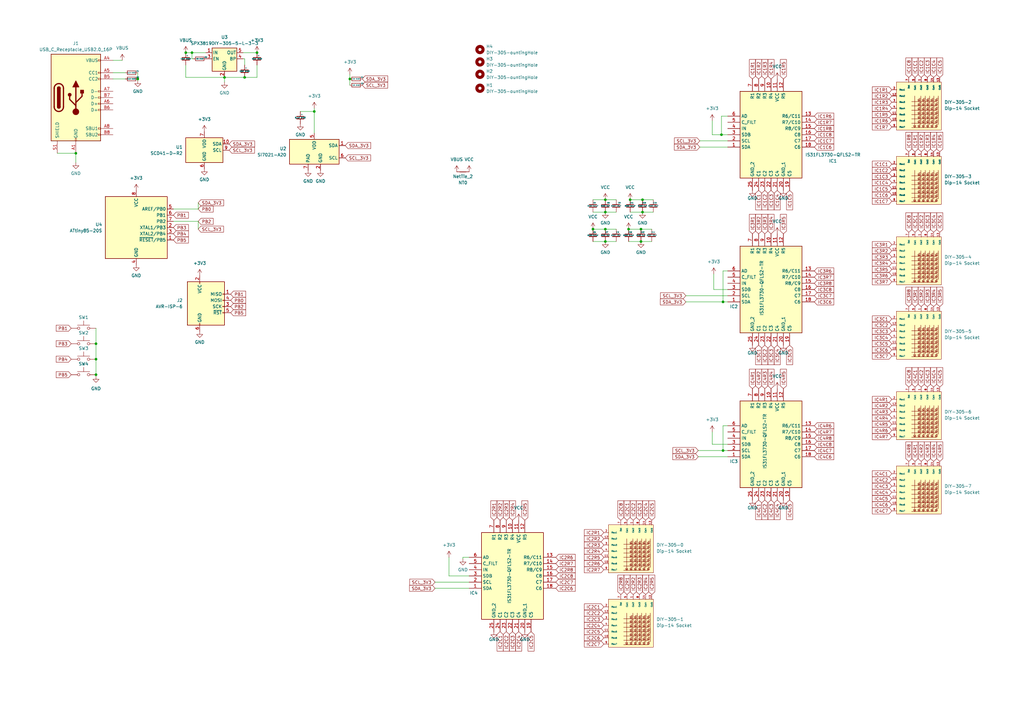
<source format=kicad_sch>
(kicad_sch (version 20230121) (generator eeschema)
  (paper "A3")
  (junction (at 39.37 153.67))
  (junction (at 78.74 21.59))
  (junction (at 56.515 32.385))
  (junction (at 248.285 99.06))
  (junction (at 296.545 184.785))
  (junction (at 31.115 62.865))
  (junction (at 263.525 86.995))
  (junction (at 262.89 99.06))
  (junction (at 39.37 147.32))
  (junction (at 39.37 140.97))
  (junction (at 262.89 93.98))
  (junction (at 143.51 32.385))
  (junction (at 263.525 81.915))
  (junction (at 258.445 81.915))
  (junction (at 128.905 45.72))
  (junction (at 92.075 31.75))
  (junction (at 76.2 21.59))
  (junction (at 257.81 93.98))
  (junction (at 248.285 93.98))
  (junction (at 100.33 31.75))
  (junction (at 295.91 55.245))
  (junction (at 296.545 123.825))
  (junction (at 243.205 93.98))
  (junction (at 248.285 86.995))
  (junction (at 105.41 21.59))
  (junction (at 248.285 81.915))
  (wire (pts (xy 267.97 81.915) (xy 263.525 81.915)))
  (wire (pts (xy 78.74 21.59) (xy 84.455 21.59)))
  (wire (pts (xy 296.545 123.825) (xy 298.45 123.825)))
  (wire (pts (xy 295.91 55.245) (xy 298.45 55.245)))
  (wire (pts (xy 46.355 29.845) (xy 51.435 29.845)))
  (wire (pts (xy 292.1 177.165) (xy 292.1 182.245)))
  (wire (pts (xy 81.28 83.185) (xy 81.28 85.725)))
  (wire (pts (xy 292.1 182.245) (xy 298.45 182.245)))
  (wire (pts (xy 39.37 153.67) (xy 39.37 147.32)))
  (wire (pts (xy 128.905 45.72) (xy 128.905 54.61)))
  (wire (pts (xy 76.2 26.67) (xy 76.2 31.75)))
  (wire (pts (xy 50.165 24.765) (xy 46.355 24.765)))
  (wire (pts (xy 123.19 45.72) (xy 128.905 45.72)))
  (wire (pts (xy 292.735 112.395) (xy 292.735 118.745)))
  (wire (pts (xy 184.15 228.6) (xy 184.15 236.22)))
  (wire (pts (xy 143.51 34.925) (xy 143.51 32.385)))
  (wire (pts (xy 178.435 238.76) (xy 192.405 238.76)))
  (wire (pts (xy 262.89 99.06) (xy 267.335 99.06)))
  (wire (pts (xy 281.305 121.285) (xy 298.45 121.285)))
  (wire (pts (xy 287.02 57.785) (xy 298.45 57.785)))
  (wire (pts (xy 100.33 24.13) (xy 99.695 24.13)))
  (wire (pts (xy 287.02 60.325) (xy 298.45 60.325)))
  (wire (pts (xy 292.1 55.245) (xy 295.91 55.245)))
  (wire (pts (xy 258.445 81.915) (xy 263.525 81.915)))
  (wire (pts (xy 78.74 24.13) (xy 78.74 21.59)))
  (wire (pts (xy 252.73 86.995) (xy 248.285 86.995)))
  (wire (pts (xy 298.45 47.625) (xy 295.91 47.625)))
  (wire (pts (xy 39.37 140.97) (xy 39.37 134.62)))
  (wire (pts (xy 248.285 99.06) (xy 243.205 99.06)))
  (wire (pts (xy 252.73 99.06) (xy 248.285 99.06)))
  (wire (pts (xy 184.15 236.22) (xy 192.405 236.22)))
  (wire (pts (xy 286.385 187.325) (xy 298.45 187.325)))
  (wire (pts (xy 143.51 30.48) (xy 143.51 32.385)))
  (wire (pts (xy 295.91 47.625) (xy 295.91 55.245)))
  (wire (pts (xy 296.545 174.625) (xy 298.45 174.625)))
  (wire (pts (xy 257.81 93.98) (xy 262.89 93.98)))
  (wire (pts (xy 267.97 86.995) (xy 263.525 86.995)))
  (wire (pts (xy 31.115 66.675) (xy 31.115 62.865)))
  (wire (pts (xy 252.73 81.915) (xy 248.285 81.915)))
  (wire (pts (xy 243.205 93.98) (xy 248.285 93.98)))
  (wire (pts (xy 71.12 85.725) (xy 81.28 85.725)))
  (wire (pts (xy 292.1 49.53) (xy 292.1 55.245)))
  (wire (pts (xy 252.73 93.98) (xy 248.285 93.98)))
  (wire (pts (xy 46.355 32.385) (xy 51.435 32.385)))
  (wire (pts (xy 81.28 90.805) (xy 81.28 93.98)))
  (wire (pts (xy 189.865 228.6) (xy 192.405 228.6)))
  (wire (pts (xy 128.905 44.45) (xy 128.905 45.72)))
  (wire (pts (xy 105.41 21.59) (xy 99.695 21.59)))
  (wire (pts (xy 286.385 184.785) (xy 296.545 184.785)))
  (wire (pts (xy 76.2 31.75) (xy 92.075 31.75)))
  (wire (pts (xy 296.545 184.785) (xy 298.45 184.785)))
  (wire (pts (xy 296.545 111.125) (xy 298.45 111.125)))
  (wire (pts (xy 56.515 32.385) (xy 56.515 29.845)))
  (wire (pts (xy 296.545 184.785) (xy 296.545 174.625)))
  (wire (pts (xy 296.545 123.825) (xy 296.545 111.125)))
  (wire (pts (xy 92.075 31.75) (xy 100.33 31.75)))
  (wire (pts (xy 243.205 81.915) (xy 248.285 81.915)))
  (wire (pts (xy 189.865 228.6) (xy 189.865 229.235)))
  (wire (pts (xy 263.525 86.995) (xy 258.445 86.995)))
  (wire (pts (xy 105.41 31.75) (xy 100.33 31.75)))
  (wire (pts (xy 105.41 26.67) (xy 105.41 31.75)))
  (wire (pts (xy 81.28 90.805) (xy 71.12 90.805)))
  (wire (pts (xy 292.735 118.745) (xy 298.45 118.745)))
  (wire (pts (xy 31.115 62.865) (xy 23.495 62.865)))
  (wire (pts (xy 76.2 21.59) (xy 78.74 21.59)))
  (wire (pts (xy 56.515 33.02) (xy 56.515 32.385)))
  (wire (pts (xy 39.37 147.32) (xy 39.37 140.97)))
  (wire (pts (xy 262.89 93.98) (xy 267.335 93.98)))
  (wire (pts (xy 178.435 241.3) (xy 192.405 241.3)))
  (wire (pts (xy 79.375 24.13) (xy 78.74 24.13)))
  (wire (pts (xy 281.305 123.825) (xy 296.545 123.825)))
  (wire (pts (xy 248.285 86.995) (xy 243.205 86.995)))
  (wire (pts (xy 262.89 99.06) (xy 257.81 99.06)))
  (wire (pts (xy 39.37 154.305) (xy 39.37 153.67)))
  (wire (pts (xy 100.33 26.67) (xy 100.33 24.13)))
  (wire (pts (xy 92.075 33.655) (xy 92.075 31.75)))
  (global_label "IC1R5" (shape input) (at 365.76 46.99 180) (property "Intersheetrefs" "${INTERSHEET_REFS}" (effects hide)))
  (global_label "IC4R8" (shape input) (at 372.745 189.23 90) (property "Intersheetrefs" "${INTERSHEET_REFS}" (effects hide)))
  (global_label "PB4" (shape input) (at 71.12 95.885 0) (property "Intersheetrefs" "${INTERSHEET_REFS}" (effects hide)))
  (global_label "IC2C2" (shape input) (at 247.65 251.46 180) (property "Intersheetrefs" "${INTERSHEET_REFS}" (effects hide)))
  (global_label "SCL_3V3" (shape input) (at 286.385 184.785 180) (property "Intersheetrefs" "${INTERSHEET_REFS}" (effects hide)))
  (global_label "IC4R3" (shape input) (at 365.76 168.91 180) (property "Intersheetrefs" "${INTERSHEET_REFS}" (effects hide)))
  (global_label "IC2C8" (shape input) (at 254.635 213.36 90) (property "Intersheetrefs" "${INTERSHEET_REFS}" (effects hide)))
  (global_label "IC2C3" (shape input) (at 262.255 213.36 90) (property "Intersheetrefs" "${INTERSHEET_REFS}" (effects hide)))
  (global_label "IC1C3" (shape input) (at 365.76 72.39 180) (property "Intersheetrefs" "${INTERSHEET_REFS}" (effects hide)))
  (global_label "IC4R4" (shape input) (at 316.23 159.385 90) (property "Intersheetrefs" "${INTERSHEET_REFS}" (effects hide)))
  (global_label "IC3R2" (shape input) (at 365.76 102.87 180) (property "Intersheetrefs" "${INTERSHEET_REFS}" (effects hide)))
  (global_label "IC3C5" (shape input) (at 385.445 95.25 90) (property "Intersheetrefs" "${INTERSHEET_REFS}" (effects hide)))
  (global_label "PB0" (shape input) (at 81.28 85.725 0) (property "Intersheetrefs" "${INTERSHEET_REFS}" (effects hide)))
  (global_label "IC3R8" (shape input) (at 334.01 116.205 0) (property "Intersheetrefs" "${INTERSHEET_REFS}" (effects hide)))
  (global_label "IC4C5" (shape input) (at 365.76 204.47 180) (property "Intersheetrefs" "${INTERSHEET_REFS}" (effects hide)))
  (global_label "IC2C5" (shape input) (at 267.335 213.36 90) (property "Intersheetrefs" "${INTERSHEET_REFS}" (effects hide)))
  (global_label "PB2" (shape input) (at 94.615 125.73 0) (property "Intersheetrefs" "${INTERSHEET_REFS}" (effects hide)))
  (global_label "SDA_3V3" (shape input) (at 281.305 123.825 180) (property "Intersheetrefs" "${INTERSHEET_REFS}" (effects hide)))
  (global_label "IC3R3" (shape input) (at 313.69 95.885 90) (property "Intersheetrefs" "${INTERSHEET_REFS}" (effects hide)))
  (global_label "PB3" (shape input) (at 71.12 93.345 0) (property "Intersheetrefs" "${INTERSHEET_REFS}" (effects hide)))
  (global_label "SCL_3V3" (shape input) (at 141.605 64.77 0) (property "Intersheetrefs" "${INTERSHEET_REFS}" (effects hide)))
  (global_label "IC3C8" (shape input) (at 334.01 118.745 0) (property "Intersheetrefs" "${INTERSHEET_REFS}" (effects hide)))
  (global_label "IC1C1" (shape input) (at 365.76 67.31 180) (property "Intersheetrefs" "${INTERSHEET_REFS}" (effects hide)))
  (global_label "IC4R5" (shape input) (at 385.445 189.23 90) (property "Intersheetrefs" "${INTERSHEET_REFS}" (effects hide)))
  (global_label "SDA_3V3" (shape input) (at 287.02 60.325 180) (property "Intersheetrefs" "${INTERSHEET_REFS}" (effects hide)))
  (global_label "IC2C7" (shape input) (at 247.65 264.16 180) (property "Intersheetrefs" "${INTERSHEET_REFS}" (effects hide)))
  (global_label "IC2C5" (shape input) (at 217.805 259.08 270) (property "Intersheetrefs" "${INTERSHEET_REFS}" (effects hide)))
  (global_label "PB4" (shape input) (at 29.21 147.32 180) (property "Intersheetrefs" "${INTERSHEET_REFS}" (effects hide)))
  (global_label "IC2R5" (shape input) (at 267.335 243.84 90) (property "Intersheetrefs" "${INTERSHEET_REFS}" (effects hide)))
  (global_label "IC4C1" (shape input) (at 375.285 158.75 90) (property "Intersheetrefs" "${INTERSHEET_REFS}" (effects hide)))
  (global_label "IC1R8" (shape input) (at 334.01 52.705 0) (property "Intersheetrefs" "${INTERSHEET_REFS}" (effects hide)))
  (global_label "IC2R1" (shape input) (at 247.65 218.44 180) (property "Intersheetrefs" "${INTERSHEET_REFS}" (effects hide)))
  (global_label "SDA_3V3" (shape input) (at 141.605 59.69 0) (property "Intersheetrefs" "${INTERSHEET_REFS}" (effects hide)))
  (global_label "IC4C8" (shape input) (at 372.745 158.75 90) (property "Intersheetrefs" "${INTERSHEET_REFS}" (effects hide)))
  (global_label "IC3C3" (shape input) (at 380.365 95.25 90) (property "Intersheetrefs" "${INTERSHEET_REFS}" (effects hide)))
  (global_label "IC4C3" (shape input) (at 316.23 205.105 270) (property "Intersheetrefs" "${INTERSHEET_REFS}" (effects hide)))
  (global_label "IC1C2" (shape input) (at 377.825 31.75 90) (property "Intersheetrefs" "${INTERSHEET_REFS}" (effects hide)))
  (global_label "IC4C1" (shape input) (at 365.76 194.31 180) (property "Intersheetrefs" "${INTERSHEET_REFS}" (effects hide)))
  (global_label "PB0" (shape input) (at 94.615 123.19 0) (property "Intersheetrefs" "${INTERSHEET_REFS}" (effects hide)))
  (global_label "IC4C5" (shape input) (at 323.85 205.105 270) (property "Intersheetrefs" "${INTERSHEET_REFS}" (effects hide)))
  (global_label "IC3C1" (shape input) (at 375.285 95.25 90) (property "Intersheetrefs" "${INTERSHEET_REFS}" (effects hide)))
  (global_label "IC4C4" (shape input) (at 318.77 205.105 270) (property "Intersheetrefs" "${INTERSHEET_REFS}" (effects hide)))
  (global_label "SDA_3V3" (shape input) (at 81.28 83.185 0) (property "Intersheetrefs" "${INTERSHEET_REFS}" (effects hide)))
  (global_label "IC4C2" (shape input) (at 313.69 205.105 270) (property "Intersheetrefs" "${INTERSHEET_REFS}" (effects hide)))
  (global_label "IC4R1" (shape input) (at 375.285 189.23 90) (property "Intersheetrefs" "${INTERSHEET_REFS}" (effects hide)))
  (global_label "IC3R5" (shape input) (at 385.445 125.73 90) (property "Intersheetrefs" "${INTERSHEET_REFS}" (effects hide)))
  (global_label "IC3C2" (shape input) (at 377.825 95.25 90) (property "Intersheetrefs" "${INTERSHEET_REFS}" (effects hide)))
  (global_label "IC1C3" (shape input) (at 380.365 31.75 90) (property "Intersheetrefs" "${INTERSHEET_REFS}" (effects hide)))
  (global_label "PB5" (shape input) (at 29.21 153.67 180) (property "Intersheetrefs" "${INTERSHEET_REFS}" (effects hide)))
  (global_label "IC1C8" (shape input) (at 372.745 31.75 90) (property "Intersheetrefs" "${INTERSHEET_REFS}" (effects hide)))
  (global_label "IC2R6" (shape input) (at 227.965 228.6 0) (property "Intersheetrefs" "${INTERSHEET_REFS}" (effects hide)))
  (global_label "IC1C4" (shape input) (at 318.77 78.105 270) (property "Intersheetrefs" "${INTERSHEET_REFS}" (effects hide)))
  (global_label "SCL_3V3" (shape input) (at 281.305 121.285 180) (property "Intersheetrefs" "${INTERSHEET_REFS}" (effects hide)))
  (global_label "IC2R7" (shape input) (at 247.65 233.68 180) (property "Intersheetrefs" "${INTERSHEET_REFS}" (effects hide)))
  (global_label "IC4R7" (shape input) (at 334.01 177.165 0) (property "Intersheetrefs" "${INTERSHEET_REFS}" (effects hide)))
  (global_label "IC4R3" (shape input) (at 313.69 159.385 90) (property "Intersheetrefs" "${INTERSHEET_REFS}" (effects hide)))
  (global_label "IC1R2" (shape input) (at 377.825 62.23 90) (property "Intersheetrefs" "${INTERSHEET_REFS}" (effects hide)))
  (global_label "IC4R5" (shape input) (at 365.76 173.99 180) (property "Intersheetrefs" "${INTERSHEET_REFS}" (effects hide)))
  (global_label "IC2R2" (shape input) (at 247.65 220.98 180) (property "Intersheetrefs" "${INTERSHEET_REFS}" (effects hide)))
  (global_label "IC3R3" (shape input) (at 365.76 105.41 180) (property "Intersheetrefs" "${INTERSHEET_REFS}" (effects hide)))
  (global_label "IC1C2" (shape input) (at 365.76 69.85 180) (property "Intersheetrefs" "${INTERSHEET_REFS}" (effects hide)))
  (global_label "IC1R5" (shape input) (at 385.445 62.23 90) (property "Intersheetrefs" "${INTERSHEET_REFS}" (effects hide)))
  (global_label "IC4C5" (shape input) (at 385.445 158.75 90) (property "Intersheetrefs" "${INTERSHEET_REFS}" (effects hide)))
  (global_label "IC2R2" (shape input) (at 205.105 213.36 90) (property "Intersheetrefs" "${INTERSHEET_REFS}" (effects hide)))
  (global_label "IC4C6" (shape input) (at 365.76 207.01 180) (property "Intersheetrefs" "${INTERSHEET_REFS}" (effects hide)))
  (global_label "IC3R1" (shape input) (at 375.285 125.73 90) (property "Intersheetrefs" "${INTERSHEET_REFS}" (effects hide)))
  (global_label "IC4C6" (shape input) (at 334.01 187.325 0) (property "Intersheetrefs" "${INTERSHEET_REFS}" (effects hide)))
  (global_label "IC4R6" (shape input) (at 365.76 176.53 180) (property "Intersheetrefs" "${INTERSHEET_REFS}" (effects hide)))
  (global_label "IC3R2" (shape input) (at 377.825 125.73 90) (property "Intersheetrefs" "${INTERSHEET_REFS}" (effects hide)))
  (global_label "IC3R4" (shape input) (at 382.905 125.73 90) (property "Intersheetrefs" "${INTERSHEET_REFS}" (effects hide)))
  (global_label "IC1R2" (shape input) (at 365.76 39.37 180) (property "Intersheetrefs" "${INTERSHEET_REFS}" (effects hide)))
  (global_label "IC1R6" (shape input) (at 334.01 47.625 0) (property "Intersheetrefs" "${INTERSHEET_REFS}" (effects hide)))
  (global_label "SCL_3V3" (shape input) (at 178.435 238.76 180) (property "Intersheetrefs" "${INTERSHEET_REFS}" (effects hide)))
  (global_label "IC2R2" (shape input) (at 259.715 243.84 90) (property "Intersheetrefs" "${INTERSHEET_REFS}" (effects hide)))
  (global_label "IC2C1" (shape input) (at 247.65 248.92 180) (property "Intersheetrefs" "${INTERSHEET_REFS}" (effects hide)))
  (global_label "IC4C3" (shape input) (at 365.76 199.39 180) (property "Intersheetrefs" "${INTERSHEET_REFS}" (effects hide)))
  (global_label "PB5" (shape input) (at 94.615 128.27 0) (property "Intersheetrefs" "${INTERSHEET_REFS}" (effects hide)))
  (global_label "IC3C5" (shape input) (at 365.76 140.97 180) (property "Intersheetrefs" "${INTERSHEET_REFS}" (effects hide)))
  (global_label "IC4R8" (shape input) (at 334.01 179.705 0) (property "Intersheetrefs" "${INTERSHEET_REFS}" (effects hide)))
  (global_label "SDA_3V3" (shape input) (at 148.59 32.385 0) (property "Intersheetrefs" "${INTERSHEET_REFS}" (effects hide)))
  (global_label "IC2R8" (shape input) (at 227.965 233.68 0) (property "Intersheetrefs" "${INTERSHEET_REFS}" (effects hide)))
  (global_label "IC3R2" (shape input) (at 311.15 95.885 90) (property "Intersheetrefs" "${INTERSHEET_REFS}" (effects hide)))
  (global_label "IC3R4" (shape input) (at 365.76 107.95 180) (property "Intersheetrefs" "${INTERSHEET_REFS}" (effects hide)))
  (global_label "IC1R6" (shape input) (at 365.76 49.53 180) (property "Intersheetrefs" "${INTERSHEET_REFS}" (effects hide)))
  (global_label "IC3R7" (shape input) (at 365.76 115.57 180) (property "Intersheetrefs" "${INTERSHEET_REFS}" (effects hide)))
  (global_label "IC2R3" (shape input) (at 247.65 223.52 180) (property "Intersheetrefs" "${INTERSHEET_REFS}" (effects hide)))
  (global_label "IC2C3" (shape input) (at 210.185 259.08 270) (property "Intersheetrefs" "${INTERSHEET_REFS}" (effects hide)))
  (global_label "IC2R8" (shape input) (at 254.635 243.84 90) (property "Intersheetrefs" "${INTERSHEET_REFS}" (effects hide)))
  (global_label "IC3C7" (shape input) (at 365.76 146.05 180) (property "Intersheetrefs" "${INTERSHEET_REFS}" (effects hide)))
  (global_label "IC1R2" (shape input) (at 311.15 32.385 90) (property "Intersheetrefs" "${INTERSHEET_REFS}" (effects hide)))
  (global_label "IC3R3" (shape input) (at 380.365 125.73 90) (property "Intersheetrefs" "${INTERSHEET_REFS}" (effects hide)))
  (global_label "IC3C4" (shape input) (at 382.905 95.25 90) (property "Intersheetrefs" "${INTERSHEET_REFS}" (effects hide)))
  (global_label "IC1R8" (shape input) (at 372.745 62.23 90) (property "Intersheetrefs" "${INTERSHEET_REFS}" (effects hide)))
  (global_label "IC2C1" (shape input) (at 257.175 213.36 90) (property "Intersheetrefs" "${INTERSHEET_REFS}" (effects hide)))
  (global_label "IC1C6" (shape input) (at 334.01 60.325 0) (property "Intersheetrefs" "${INTERSHEET_REFS}" (effects hide)))
  (global_label "IC2C1" (shape input) (at 205.105 259.08 270) (property "Intersheetrefs" "${INTERSHEET_REFS}" (effects hide)))
  (global_label "SCL_3V3" (shape input) (at 81.28 93.98 0) (property "Intersheetrefs" "${INTERSHEET_REFS}" (effects hide)))
  (global_label "IC4R2" (shape input) (at 311.15 159.385 90) (property "Intersheetrefs" "${INTERSHEET_REFS}" (effects hide)))
  (global_label "IC3R6" (shape input) (at 365.76 113.03 180) (property "Intersheetrefs" "${INTERSHEET_REFS}" (effects hide)))
  (global_label "IC3R1" (shape input) (at 365.76 100.33 180) (property "Intersheetrefs" "${INTERSHEET_REFS}" (effects hide)))
  (global_label "IC2R4" (shape input) (at 210.185 213.36 90) (property "Intersheetrefs" "${INTERSHEET_REFS}" (effects hide)))
  (global_label "IC1C4" (shape input) (at 365.76 74.93 180) (property "Intersheetrefs" "${INTERSHEET_REFS}" (effects hide)))
  (global_label "IC1R3" (shape input) (at 380.365 62.23 90) (property "Intersheetrefs" "${INTERSHEET_REFS}" (effects hide)))
  (global_label "IC4C8" (shape input) (at 334.01 182.245 0) (property "Intersheetrefs" "${INTERSHEET_REFS}" (effects hide)))
  (global_label "IC3R5" (shape input) (at 321.31 95.885 90) (property "Intersheetrefs" "${INTERSHEET_REFS}" (effects hide)))
  (global_label "IC3C5" (shape input) (at 323.85 141.605 270) (property "Intersheetrefs" "${INTERSHEET_REFS}" (effects hide)))
  (global_label "IC2C3" (shape input) (at 247.65 254 180) (property "Intersheetrefs" "${INTERSHEET_REFS}" (effects hide)))
  (global_label "IC2R3" (shape input) (at 207.645 213.36 90) (property "Intersheetrefs" "${INTERSHEET_REFS}" (effects hide)))
  (global_label "IC2R7" (shape input) (at 227.965 231.14 0) (property "Intersheetrefs" "${INTERSHEET_REFS}" (effects hide)))
  (global_label "IC1R7" (shape input) (at 365.76 52.07 180) (property "Intersheetrefs" "${INTERSHEET_REFS}" (effects hide)))
  (global_label "IC1R3" (shape input) (at 313.69 32.385 90) (property "Intersheetrefs" "${INTERSHEET_REFS}" (effects hide)))
  (global_label "IC4R1" (shape input) (at 365.76 163.83 180) (property "Intersheetrefs" "${INTERSHEET_REFS}" (effects hide)))
  (global_label "IC1R1" (shape input) (at 375.285 62.23 90) (property "Intersheetrefs" "${INTERSHEET_REFS}" (effects hide)))
  (global_label "IC4C7" (shape input) (at 334.01 184.785 0) (property "Intersheetrefs" "${INTERSHEET_REFS}" (effects hide)))
  (global_label "IC3C3" (shape input) (at 316.23 141.605 270) (property "Intersheetrefs" "${INTERSHEET_REFS}" (effects hide)))
  (global_label "IC1R4" (shape input) (at 365.76 44.45 180) (property "Intersheetrefs" "${INTERSHEET_REFS}" (effects hide)))
  (global_label "IC4R6" (shape input) (at 334.01 174.625 0) (property "Intersheetrefs" "${INTERSHEET_REFS}" (effects hide)))
  (global_label "IC4R5" (shape input) (at 321.31 159.385 90) (property "Intersheetrefs" "${INTERSHEET_REFS}" (effects hide)))
  (global_label "IC1R4" (shape input) (at 316.23 32.385 90) (property "Intersheetrefs" "${INTERSHEET_REFS}" (effects hide)))
  (global_label "IC3C2" (shape input) (at 313.69 141.605 270) (property "Intersheetrefs" "${INTERSHEET_REFS}" (effects hide)))
  (global_label "SCL_3V3" (shape input) (at 148.59 34.925 0) (property "Intersheetrefs" "${INTERSHEET_REFS}" (effects hide)))
  (global_label "IC2C5" (shape input) (at 247.65 259.08 180) (property "Intersheetrefs" "${INTERSHEET_REFS}" (effects hide)))
  (global_label "IC1R5" (shape input) (at 321.31 32.385 90) (property "Intersheetrefs" "${INTERSHEET_REFS}" (effects hide)))
  (global_label "IC2C4" (shape input) (at 212.725 259.08 270) (property "Intersheetrefs" "${INTERSHEET_REFS}" (effects hide)))
  (global_label "SDA_3V3" (shape input) (at 178.435 241.3 180) (property "Intersheetrefs" "${INTERSHEET_REFS}" (effects hide)))
  (global_label "IC3C3" (shape input) (at 365.76 135.89 180) (property "Intersheetrefs" "${INTERSHEET_REFS}" (effects hide)))
  (global_label "IC3R1" (shape input) (at 308.61 95.885 90) (property "Intersheetrefs" "${INTERSHEET_REFS}" (effects hide)))
  (global_label "IC3C6" (shape input) (at 334.01 123.825 0) (property "Intersheetrefs" "${INTERSHEET_REFS}" (effects hide)))
  (global_label "IC4R1" (shape input) (at 308.61 159.385 90) (property "Intersheetrefs" "${INTERSHEET_REFS}" (effects hide)))
  (global_label "IC1C5" (shape input) (at 385.445 31.75 90) (property "Intersheetrefs" "${INTERSHEET_REFS}" (effects hide)))
  (global_label "IC1C1" (shape input) (at 375.285 31.75 90) (property "Intersheetrefs" "${INTERSHEET_REFS}" (effects hide)))
  (global_label "IC3R5" (shape input) (at 365.76 110.49 180) (property "Intersheetrefs" "${INTERSHEET_REFS}" (effects hide)))
  (global_label "SDA_3V3" (shape input) (at 93.98 59.055 0) (property "Intersheetrefs" "${INTERSHEET_REFS}" (effects hide)))
  (global_label "PB2" (shape input) (at 81.28 90.805 0) (property "Intersheetrefs" "${INTERSHEET_REFS}" (effects hide)))
  (global_label "IC4C4" (shape input) (at 365.76 201.93 180) (property "Intersheetrefs" "${INTERSHEET_REFS}" (effects hide)))
  (global_label "IC2C2" (shape input) (at 259.715 213.36 90) (property "Intersheetrefs" "${INTERSHEET_REFS}" (effects hide)))
  (global_label "IC2R6" (shape input) (at 247.65 231.14 180) (property "Intersheetrefs" "${INTERSHEET_REFS}" (effects hide)))
  (global_label "IC2C4" (shape input) (at 264.795 213.36 90) (property "Intersheetrefs" "${INTERSHEET_REFS}" (effects hide)))
  (global_label "IC4C4" (shape input) (at 382.905 158.75 90) (property "Intersheetrefs" "${INTERSHEET_REFS}" (effects hide)))
  (global_label "IC2R1" (shape input) (at 257.175 243.84 90) (property "Intersheetrefs" "${INTERSHEET_REFS}" (effects hide)))
  (global_label "IC3C2" (shape input) (at 365.76 133.35 180) (property "Intersheetrefs" "${INTERSHEET_REFS}" (effects hide)))
  (global_label "IC1R1" (shape input) (at 308.61 32.385 90) (property "Intersheetrefs" "${INTERSHEET_REFS}" (effects hide)))
  (global_label "IC2C8" (shape input) (at 227.965 236.22 0) (property "Intersheetrefs" "${INTERSHEET_REFS}" (effects hide)))
  (global_label "IC1C4" (shape input) (at 382.905 31.75 90) (property "Intersheetrefs" "${INTERSHEET_REFS}" (effects hide)))
  (global_label "IC4R7" (shape input) (at 365.76 179.07 180) (property "Intersheetrefs" "${INTERSHEET_REFS}" (effects hide)))
  (global_label "IC1C7" (shape input) (at 334.01 57.785 0) (property "Intersheetrefs" "${INTERSHEET_REFS}" (effects hide)))
  (global_label "IC4C3" (shape input) (at 380.365 158.75 90) (property "Intersheetrefs" "${INTERSHEET_REFS}" (effects hide)))
  (global_label "IC1C5" (shape input) (at 365.76 77.47 180) (property "Intersheetrefs" "${INTERSHEET_REFS}" (effects hide)))
  (global_label "PB5" (shape input) (at 71.12 98.425 0) (property "Intersheetrefs" "${INTERSHEET_REFS}" (effects hide)))
  (global_label "IC2R5" (shape input) (at 247.65 228.6 180) (property "Intersheetrefs" "${INTERSHEET_REFS}" (effects hide)))
  (global_label "IC3C8" (shape input) (at 372.745 95.25 90) (property "Intersheetrefs" "${INTERSHEET_REFS}" (effects hide)))
  (global_label "IC2R3" (shape input) (at 262.255 243.84 90) (property "Intersheetrefs" "${INTERSHEET_REFS}" (effects hide)))
  (global_label "IC4R2" (shape input) (at 365.76 166.37 180) (property "Intersheetrefs" "${INTERSHEET_REFS}" (effects hide)))
  (global_label "IC4R2" (shape input) (at 377.825 189.23 90) (property "Intersheetrefs" "${INTERSHEET_REFS}" (effects hide)))
  (global_label "IC2R1" (shape input) (at 202.565 213.36 90) (property "Intersheetrefs" "${INTERSHEET_REFS}" (effects hide)))
  (global_label "IC1R1" (shape input) (at 365.76 36.83 180) (property "Intersheetrefs" "${INTERSHEET_REFS}" (effects hide)))
  (global_label "IC1R7" (shape input) (at 334.01 50.165 0) (property "Intersheetrefs" "${INTERSHEET_REFS}" (effects hide)))
  (global_label "IC1R4" (shape input) (at 382.905 62.23 90) (property "Intersheetrefs" "${INTERSHEET_REFS}" (effects hide)))
  (global_label "IC3C4" (shape input) (at 365.76 138.43 180) (property "Intersheetrefs" "${INTERSHEET_REFS}" (effects hide)))
  (global_label "IC2C7" (shape input) (at 227.965 238.76 0) (property "Intersheetrefs" "${INTERSHEET_REFS}" (effects hide)))
  (global_label "PB1" (shape input) (at 29.21 134.62 180) (property "Intersheetrefs" "${INTERSHEET_REFS}" (effects hide)))
  (global_label "IC1R3" (shape input) (at 365.76 41.91 180) (property "Intersheetrefs" "${INTERSHEET_REFS}" (effects hide)))
  (global_label "IC4R4" (shape input) (at 382.905 189.23 90) (property "Intersheetrefs" "${INTERSHEET_REFS}" (effects hide)))
  (global_label "IC4R4" (shape input) (at 365.76 171.45 180) (property "Intersheetrefs" "${INTERSHEET_REFS}" (effects hide)))
  (global_label "IC3C1" (shape input) (at 311.15 141.605 270) (property "Intersheetrefs" "${INTERSHEET_REFS}" (effects hide)))
  (global_label "IC1C6" (shape input) (at 365.76 80.01 180) (property "Intersheetrefs" "${INTERSHEET_REFS}" (effects hide)))
  (global_label "IC1C3" (shape input) (at 316.23 78.105 270) (property "Intersheetrefs" "${INTERSHEET_REFS}" (effects hide)))
  (global_label "IC1C8" (shape input) (at 334.01 55.245 0) (property "Intersheetrefs" "${INTERSHEET_REFS}" (effects hide)))
  (global_label "SCL_3V3" (shape input) (at 93.98 61.595 0) (property "Intersheetrefs" "${INTERSHEET_REFS}" (effects hide)))
  (global_label "SDA_3V3" (shape input) (at 286.385 187.325 180) (property "Intersheetrefs" "${INTERSHEET_REFS}" (effects hide)))
  (global_label "IC2C6" (shape input) (at 247.65 261.62 180) (property "Intersheetrefs" "${INTERSHEET_REFS}" (effects hide)))
  (global_label "IC3C4" (shape input) (at 318.77 141.605 270) (property "Intersheetrefs" "${INTERSHEET_REFS}" (effects hide)))
  (global_label "IC3C1" (shape input) (at 365.76 130.81 180) (property "Intersheetrefs" "${INTERSHEET_REFS}" (effects hide)))
  (global_label "PB1" (shape input) (at 71.12 88.265 0) (property "Intersheetrefs" "${INTERSHEET_REFS}" (effects hide)))
  (global_label "IC2R5" (shape input) (at 215.265 213.36 90) (property "Intersheetrefs" "${INTERSHEET_REFS}" (effects hide)))
  (global_label "IC2R4" (shape input) (at 247.65 226.06 180) (property "Intersheetrefs" "${INTERSHEET_REFS}" (effects hide)))
  (global_label "IC3R7" (shape input) (at 334.01 113.665 0) (property "Intersheetrefs" "${INTERSHEET_REFS}" (effects hide)))
  (global_label "IC1C7" (shape input) (at 365.76 82.55 180) (property "Intersheetrefs" "${INTERSHEET_REFS}" (effects hide)))
  (global_label "SCL_3V3" (shape input) (at 287.02 57.785 180) (property "Intersheetrefs" "${INTERSHEET_REFS}" (effects hide)))
  (global_label "IC4C1" (shape input) (at 311.15 205.105 270) (property "Intersheetrefs" "${INTERSHEET_REFS}" (effects hide)))
  (global_label "IC2C4" (shape input) (at 247.65 256.54 180) (property "Intersheetrefs" "${INTERSHEET_REFS}" (effects hide)))
  (global_label "PB3" (shape input) (at 29.21 140.97 180) (property "Intersheetrefs" "${INTERSHEET_REFS}" (effects hide)))
  (global_label "IC2R4" (shape input) (at 264.795 243.84 90) (property "Intersheetrefs" "${INTERSHEET_REFS}" (effects hide)))
  (global_label "IC3R6" (shape input) (at 334.01 111.125 0) (property "Intersheetrefs" "${INTERSHEET_REFS}" (effects hide)))
  (global_label "IC3R4" (shape input) (at 316.23 95.885 90) (property "Intersheetrefs" "${INTERSHEET_REFS}" (effects hide)))
  (global_label "IC1C2" (shape input) (at 313.69 78.105 270) (property "Intersheetrefs" "${INTERSHEET_REFS}" (effects hide)))
  (global_label "IC4C2" (shape input) (at 377.825 158.75 90) (property "Intersheetrefs" "${INTERSHEET_REFS}" (effects hide)))
  (global_label "IC4C7" (shape input) (at 365.76 209.55 180) (property "Intersheetrefs" "${INTERSHEET_REFS}" (effects hide)))
  (global_label "IC3C6" (shape input) (at 365.76 143.51 180) (property "Intersheetrefs" "${INTERSHEET_REFS}" (effects hide)))
  (global_label "IC3C7" (shape input) (at 334.01 121.285 0) (property "Intersheetrefs" "${INTERSHEET_REFS}" (effects hide)))
  (global_label "IC2C2" (shape input) (at 207.645 259.08 270) (property "Intersheetrefs" "${INTERSHEET_REFS}" (effects hide)))
  (global_label "IC4R3" (shape input) (at 380.365 189.23 90) (property "Intersheetrefs" "${INTERSHEET_REFS}" (effects hide)))
  (global_label "IC2C6" (shape input) (at 227.965 241.3 0) (property "Intersheetrefs" "${INTERSHEET_REFS}" (effects hide)))
  (global_label "IC3R8" (shape input) (at 372.745 125.73 90) (property "Intersheetrefs" "${INTERSHEET_REFS}" (effects hide)))
  (global_label "IC4C2" (shape input) (at 365.76 196.85 180) (property "Intersheetrefs" "${INTERSHEET_REFS}" (effects hide)))
  (global_label "PB1" (shape input) (at 94.615 120.65 0) (property "Intersheetrefs" "${INTERSHEET_REFS}" (effects hide)))
  (global_label "IC1C1" (shape input) (at 311.15 78.105 270) (property "Intersheetrefs" "${INTERSHEET_REFS}" (effects hide)))
  (global_label "IC1C5" (shape input) (at 323.85 78.105 270) (property "Intersheetrefs" "${INTERSHEET_REFS}" (effects hide)))
  (symbol (lib_id "power:GND") (at 202.565 259.08 0) (mirror y) (unit 1)
    (property "Reference" "#PWR031" (effects hide))
    (property "Value" "GND" (at 202.565 262.255 0))
  )
  (symbol (lib_id "Device:C_Small") (at 100.33 29.21 0) (unit 1)
    (property "Reference" "C1" (at 100.965 27.94 0) (effects (font (size 0.25 0.25))))
    (property "Value" "10nF 0402" (at 100.33 29.21 0) (effects (font (size 0.5 0.5))))
    (property "Footprint" "Capacitor_SMD:C_0402_1005Metric" (effects hide))
  )
  (symbol (lib_id "power:GND") (at 321.31 78.105 0) (mirror y) (unit 1)
    (property "Reference" "#PWR022" (effects hide))
    (property "Value" "GND" (at 321.31 81.28 0))
  )
  (symbol (lib_id "Device:C_Small") (at 257.81 96.52 0) (unit 1)
    (property "Reference" "C10" (at 258.445 95.25 0) (effects (font (size 0.5 0.5))))
    (property "Value" "0402 0.1uF" (at 257.81 96.52 0) (effects (font (size 0.5 0.5))))
    (property "Footprint" "Capacitor_SMD:C_0402_1005Metric" (effects hide))
  )
  (symbol (lib_id "Mechanical:MountingHole") (at 196.85 25.4 0) (unit 1)
    (property "Reference" "H3" (at 199.39 24.13 0) (effects (justify left)))
    (property "Value" "DIY-305-ountingHole" (at 199.39 26.67 0) (effects (justify left)))
    (property "Footprint" "MountingHole:MountingHole_2.2mm_M2" (effects hide))
  )
  (symbol (lib_id "power:GND") (at 131.445 69.85 0) (unit 1)
    (property "Reference" "#PWR010" (effects hide))
    (property "Value" "GND" (at 131.445 74.295 0))
  )
  (symbol (lib_id "power:+3V3") (at 292.735 112.395 0) (unit 1)
    (property "Reference" "#PWR023" (effects hide))
    (property "Value" "+3V3" (at 292.735 107.315 0))
  )
  (symbol (lib_id "Device:NetTie_2") (at 189.865 70.485 0) (unit 1) (in_bom no)
    (property "Reference" "NT0" (at 189.865 74.93 0))
    (property "Value" "NetTie_2" (at 189.865 72.39 0))
    (property "Footprint" "NetTie:NetTie-2_SMD_Pad0.5mm" (effects hide))
  )
  (symbol (lib_id "power:VBUS") (at 76.2 21.59 0) (unit 1)
    (property "Reference" "#PWR04" (effects hide))
    (property "Value" "VBUS" (at 76.2 16.51 0))
  )
  (symbol (lib_id "power:GND") (at 123.19 50.8 0) (unit 1)
    (property "Reference" "#PWR016" (effects hide))
    (property "Value" "GND" (at 123.19 55.245 0))
  )
  (symbol (lib_id "Switch:SW_Push") (at 34.29 153.67 0) (unit 1)
    (property "Reference" "SW4" (at 34.29 149.225 0))
    (property "Value" "SW_Push" (effects hide))
    (property "Footprint" "Button_Switch_Keyboard:SW_Cherry_MX_1.00u_PCB" (effects hide))
  )
  (symbol (lib_id "ltp-305g:LTP-305G") (at 353.06 172.72 0) (unit 1)
    (property "Reference" "DIY-305-6" (at 387.35 168.91 0) (effects (justify left)))
    (property "Value" "Dip-14 Socket" (at 387.35 171.45 0) (effects (justify left)))
    (property "Footprint" "Package_DIP:DIP-14_W7.62mm_Socket" (effects hide))
    (property "Datasheet" "https://media.digikey.com/pdf/Data%20Sheets/Lite-On%20PDFs/LTP-305G.pdf" (effects hide))
  )
  (symbol (lib_id "power:VCC") (at 257.81 93.98 0) (unit 1)
    (property "Reference" "#PWR039" (effects hide))
    (property "Value" "VCC" (at 257.81 88.9 0))
  )
  (symbol (lib_id "power:GND") (at 215.265 259.08 0) (mirror y) (unit 1)
    (property "Reference" "#PWR035" (effects hide))
    (property "Value" "GND" (at 215.265 262.255 0))
  )
  (symbol (lib_id "IS31FL3730-QFLS2-TR:IS31FL3730-QFLS2-TR") (at 298.45 123.825 0) (mirror x) (unit 1)
    (property "Reference" "IC2" (at 300.99 125.73 0))
    (property "Value" "IS31FL3730-QFLS2-TR" (at 312.42 118.11 90))
    (property "Footprint" "Package_DFN_QFN:QFN-24-1EP_4x4mm_P0.5mm_EP2.6x2.6mm_ThermalVias" (effects hide))
    (property "Datasheet" "https://componentsearchengine.com/Datasheets/1/IS31FL3730-QFLS2-TR.pdf" (effects hide))
    (property "Height" "0.8" (effects hide))
    (property "Mouser Part Number" "870-IS31FL3730QFLS2R" (effects hide))
    (property "Mouser Price/Stock" "https://www.mouser.com/Search/Refine.aspx?Keyword=870-IS31FL3730QFLS2R" (effects hide))
    (property "Manufacturer_Name" "Integrated Silicon Solution Inc." (effects hide))
    (property "Manufacturer_Part_Number" "IS31FL3730-QFLS2-TR" (effects hide))
  )
  (symbol (lib_id "Device:C_Small") (at 263.525 84.455 0) (unit 1)
    (property "Reference" "C13" (at 264.16 83.185 0) (effects (font (size 0.5 0.5))))
    (property "Value" "0402 1uF" (at 263.525 84.455 0) (effects (font (size 0.5 0.5))))
    (property "Footprint" "Capacitor_SMD:C_0402_1005Metric" (effects hide))
  )
  (symbol (lib_id "power:GND") (at 308.61 78.105 0) (mirror y) (unit 1)
    (property "Reference" "#PWR020" (effects hide))
    (property "Value" "GND" (at 308.61 81.28 0))
  )
  (symbol (lib_id "Device:C_Small") (at 243.205 84.455 0) (unit 1)
    (property "Reference" "C0" (at 243.84 83.185 0) (effects (font (size 0.5 0.5))))
    (property "Value" "0402 0.1uF" (at 243.205 84.455 0) (effects (font (size 0.5 0.5))))
    (property "Footprint" "Capacitor_SMD:C_0402_1005Metric" (effects hide))
  )
  (symbol (lib_id "MCU_Microchip_ATtiny:ATtiny85-20S") (at 55.88 93.345 0) (unit 1)
    (property "Reference" "U4" (at 41.91 92.075 0) (effects (justify right)))
    (property "Value" "ATtiny85-20S" (at 41.91 94.615 0) (effects (justify right)))
    (property "Footprint" "Package_SO:SOIC-8W_5.3x5.3mm_P1.27mm" (effects hide))
    (property "Datasheet" "http://ww1.microchip.com/downloads/en/DeviceDoc/atmel-2586-avr-8-bit-microcontroller-attiny25-attiny45-attiny85_datasheet.pdf" (effects hide))
  )
  (symbol (lib_id "power:GND") (at 308.61 141.605 0) (mirror y) (unit 1)
    (property "Reference" "#PWR024" (effects hide))
    (property "Value" "GND" (at 308.61 144.78 0))
  )
  (symbol (lib_id "power:GND") (at 321.31 141.605 0) (mirror y) (unit 1)
    (property "Reference" "#PWR026" (effects hide))
    (property "Value" "GND" (at 321.31 144.78 0))
  )
  (symbol (lib_id "Device:C_Small") (at 262.89 96.52 0) (unit 1)
    (property "Reference" "C12" (at 263.525 95.25 0) (effects (font (size 0.5 0.5))))
    (property "Value" "0402 1uF" (at 262.89 96.52 0) (effects (font (size 0.5 0.5))))
    (property "Footprint" "Capacitor_SMD:C_0402_1005Metric" (effects hide))
  )
  (symbol (lib_id "power:+3V3") (at 105.41 21.59 0) (unit 1)
    (property "Reference" "#PWR08" (effects hide))
    (property "Value" "+3V3" (at 105.41 16.51 0))
  )
  (symbol (lib_id "power:VCC") (at 212.725 213.36 0) (unit 1)
    (property "Reference" "#PWR033" (effects hide))
    (property "Value" "VCC" (at 212.725 208.28 0))
  )
  (symbol (lib_id "power:+3V3") (at 292.1 177.165 0) (unit 1)
    (property "Reference" "#PWR028" (effects hide))
    (property "Value" "+3V3" (at 292.1 172.085 0))
  )
  (symbol (lib_id "power:GND") (at 92.075 33.655 0) (unit 1)
    (property "Reference" "#PWR06" (effects hide))
    (property "Value" "GND" (at 92.075 38.1 0))
  )
  (symbol (lib_id "power:+3V3") (at 128.905 44.45 0) (mirror y) (unit 1)
    (property "Reference" "#PWR07" (effects hide))
    (property "Value" "+3V3" (at 128.905 39.37 0))
  )
  (symbol (lib_id "Device:R_Small") (at 146.05 34.925 90) (unit 1)
    (property "Reference" "R5" (at 148.59 34.29 90) (effects (font (size 0.5 0.5))))
    (property "Value" "10K 0402" (at 146.05 34.925 90) (effects (font (size 0.4 0.4))))
    (property "Footprint" "Resistor_SMD:R_0402_1005Metric" (effects hide))
  )
  (symbol (lib_id "power:+3V3") (at 143.51 30.48 0) (unit 1)
    (property "Reference" "#PWR017" (effects hide))
    (property "Value" "+3V3" (at 143.51 25.4 0))
  )
  (symbol (lib_id "Regulator_Linear:SPX3819M5-L-3-3") (at 92.075 24.13 0) (unit 1)
    (property "Reference" "U3" (at 92.075 15.24 0))
    (property "Value" "SPX3819DIY-305-5-L-3-3" (at 92.075 17.78 0))
    (property "Footprint" "Package_TO_SOT_SMD:SOT-23-5" (effects hide))
    (property "Datasheet" "https://www.exar.com/content/document.ashx?id=22106&languageid=1033&type=Datasheet&partnumber=SPX3819&filename=SPX3819.pdf&part=SPX3819" (effects hide))
  )
  (symbol (lib_id "Connector:USB_C_Receptacle_USB2.0_16P") (at 31.115 40.005 0) (unit 1)
    (property "Reference" "J1" (at 31.115 17.78 0))
    (property "Value" "USB_C_Receptacle_USB2.0_16P" (at 31.115 20.32 0))
    (property "Footprint" "Connector_USB:USB_C_Receptacle_HRO_TYPE-C-31-M-12" (effects hide))
    (property "Datasheet" "https://www.usb.org/sites/default/files/documents/usb_type-c.zip" (effects hide))
  )
  (symbol (lib_id "Device:C_Small") (at 243.205 96.52 0) (unit 1)
    (property "Reference" "C5" (at 243.84 95.25 0) (effects (font (size 0.5 0.5))))
    (property "Value" "0402 0.1uF" (at 243.205 96.52 0) (effects (font (size 0.5 0.5))))
    (property "Footprint" "Capacitor_SMD:C_0402_1005Metric" (effects hide))
  )
  (symbol (lib_id "power:GND") (at 262.89 99.06 0) (unit 1)
    (property "Reference" "#PWR041" (effects hide))
    (property "Value" "GND" (at 262.89 103.505 0))
  )
  (symbol (lib_id "Device:C_Small") (at 105.41 24.13 0) (unit 1)
    (property "Reference" "C3" (at 106.045 22.86 0) (effects (font (size 0.25 0.25))))
    (property "Value" "10nF 0402" (at 105.41 24.13 0) (effects (font (size 0.5 0.5))))
    (property "Footprint" "Capacitor_SMD:C_0402_1005Metric" (effects hide))
  )
  (symbol (lib_id "ltp-305g:LTP-305G") (at 234.95 257.81 0) (unit 1)
    (property "Reference" "DIY-305-1" (at 269.24 254 0) (effects (justify left)))
    (property "Value" "Dip-14 Socket" (at 269.24 256.54 0) (effects (justify left)))
    (property "Footprint" "Package_DIP:DIP-14_W7.62mm_Socket" (effects hide))
    (property "Datasheet" "https://media.digikey.com/pdf/Data%20Sheets/Lite-On%20PDFs/LTP-305G.pdf" (effects hide))
  )
  (symbol (lib_id "power:GND") (at 248.285 86.995 0) (unit 1)
    (property "Reference" "#PWR037" (effects hide))
    (property "Value" "GND" (at 248.285 91.44 0))
  )
  (symbol (lib_id "Device:R_Small") (at 53.975 29.845 90) (unit 1)
    (property "Reference" "R1" (at 56.515 29.21 90) (effects (font (size 0.5 0.5))))
    (property "Value" "5.1K 0402" (at 53.975 29.845 90) (effects (font (size 0.4 0.4))))
    (property "Footprint" "Resistor_SMD:R_0402_1005Metric" (effects hide))
  )
  (symbol (lib_id "power:VCC") (at 318.77 159.385 0) (unit 1)
    (property "Reference" "#PWR032" (effects hide))
    (property "Value" "VCC" (at 318.77 154.305 0))
  )
  (symbol (lib_id "IS31FL3730-QFLS2-TR:IS31FL3730-QFLS2-TR") (at 298.45 60.325 0) (mirror x) (unit 1)
    (property "Reference" "IC1" (at 341.63 66.0147 0))
    (property "Value" "IS31FL3730-QFLS2-TR" (at 341.63 63.4747 0))
    (property "Footprint" "Package_DFN_QFN:QFN-24-1EP_4x4mm_P0.5mm_EP2.6x2.6mm_ThermalVias" (effects hide))
    (property "Datasheet" "https://componentsearchengine.com/Datasheets/1/IS31FL3730-QFLS2-TR.pdf" (effects hide))
    (property "Height" "0.8" (effects hide))
    (property "Mouser Part Number" "870-IS31FL3730QFLS2R" (effects hide))
    (property "Mouser Price/Stock" "https://www.mouser.com/Search/Refine.aspx?Keyword=870-IS31FL3730QFLS2R" (effects hide))
    (property "Manufacturer_Name" "Integrated Silicon Solution Inc." (effects hide))
    (property "Manufacturer_Part_Number" "IS31FL3730-QFLS2-TR" (effects hide))
  )
  (symbol (lib_id "power:VCC") (at 318.77 95.885 0) (unit 1)
    (property "Reference" "#PWR025" (effects hide))
    (property "Value" "VCC" (at 318.77 90.805 0))
  )
  (symbol (lib_id "Mechanical:MountingHole") (at 196.85 30.48 0) (unit 1)
    (property "Reference" "H2" (at 199.39 29.21 0) (effects (justify left)))
    (property "Value" "DIY-305-ountingHole" (at 199.39 31.75 0) (effects (justify left)))
    (property "Footprint" "MountingHole:MountingHole_2.2mm_M2" (effects hide))
  )
  (symbol (lib_id "power:GND") (at 248.285 99.06 0) (unit 1)
    (property "Reference" "#PWR038" (effects hide))
    (property "Value" "GND" (at 248.285 103.505 0))
  )
  (symbol (lib_id "Connector:AVR-ISP-6") (at 84.455 125.73 0) (unit 1)
    (property "Reference" "J2" (at 74.93 123.19 0) (effects (justify right)))
    (property "Value" "AVR-ISP-6" (at 74.93 125.73 0) (effects (justify right)))
    (property "Footprint" "Connector_PinHeader_2.54mm:PinHeader_2x03_P2.54mm_Vertical" (effects hide))
    (property "Datasheet" " ~" (effects hide))
  )
  (symbol (lib_id "power:GND") (at 31.115 66.675 0) (unit 1)
    (property "Reference" "#PWR03" (effects hide))
    (property "Value" "GND" (at 31.115 71.12 0))
  )
  (symbol (lib_id "power:VBUS") (at 50.165 24.765 0) (unit 1)
    (property "Reference" "#PWR01" (effects hide))
    (property "Value" "VBUS" (at 50.165 19.685 0))
  )
  (symbol (lib_id "Device:C_Small") (at 248.285 96.52 0) (unit 1)
    (property "Reference" "C7" (at 248.92 95.25 0) (effects (font (size 0.5 0.5))))
    (property "Value" "0402 1uF" (at 248.285 96.52 0) (effects (font (size 0.5 0.5))))
    (property "Footprint" "Capacitor_SMD:C_0402_1005Metric" (effects hide))
  )
  (symbol (lib_id "power:GND") (at 81.915 135.89 0) (unit 1)
    (property "Reference" "#PWR015" (effects hide))
    (property "Value" "GND" (at 81.915 140.335 0))
  )
  (symbol (lib_id "power:GND") (at 263.525 86.995 0) (unit 1)
    (property "Reference" "#PWR042" (effects hide))
    (property "Value" "GND" (at 263.525 91.44 0))
  )
  (symbol (lib_id "ltp-305g:LTP-305G") (at 353.06 45.72 0) (unit 1)
    (property "Reference" "DIY-305-2" (at 387.35 41.91 0) (effects (justify left)))
    (property "Value" "Dip-14 Socket" (at 387.35 44.45 0) (effects (justify left)))
    (property "Footprint" "Package_DIP:DIP-14_W7.62mm_Socket" (effects hide))
    (property "Datasheet" "https://media.digikey.com/pdf/Data%20Sheets/Lite-On%20PDFs/LTP-305G.pdf" (effects hide))
  )
  (symbol (lib_id "ltp-305g:LTP-305G") (at 353.06 109.22 0) (unit 1)
    (property "Reference" "DIY-305-4" (at 387.35 105.41 0) (effects (justify left)))
    (property "Value" "Dip-14 Socket" (at 387.35 107.95 0) (effects (justify left)))
    (property "Footprint" "Package_DIP:DIP-14_W7.62mm_Socket" (effects hide))
    (property "Datasheet" "https://media.digikey.com/pdf/Data%20Sheets/Lite-On%20PDFs/LTP-305G.pdf" (effects hide))
  )
  (symbol (lib_id "power:GND") (at 308.61 205.105 0) (mirror y) (unit 1)
    (property "Reference" "#PWR030" (effects hide))
    (property "Value" "GND" (at 308.61 208.28 0))
  )
  (symbol (lib_id "Device:C_Small") (at 252.73 96.52 0) (unit 1)
    (property "Reference" "C9" (at 253.365 95.25 0) (effects (font (size 0.5 0.5))))
    (property "Value" "0402 10uF" (at 252.73 96.52 0) (effects (font (size 0.5 0.5))))
    (property "Footprint" "Capacitor_SMD:C_0402_1005Metric" (effects hide))
  )
  (symbol (lib_id "Switch:SW_Push") (at 34.29 147.32 0) (unit 1)
    (property "Reference" "SW3" (at 34.29 142.875 0))
    (property "Value" "SW_Push" (effects hide))
    (property "Footprint" "Button_Switch_Keyboard:SW_Cherry_MX_1.00u_PCB" (effects hide))
  )
  (symbol (lib_id "power:VCC") (at 318.77 32.385 0) (unit 1)
    (property "Reference" "#PWR021" (effects hide))
    (property "Value" "VCC" (at 318.77 27.305 0))
  )
  (symbol (lib_id "Mechanical:MountingHole") (at 196.85 20.32 0) (unit 1)
    (property "Reference" "H4" (at 199.39 19.05 0) (effects (justify left)))
    (property "Value" "DIY-305-ountingHole" (at 199.39 21.59 0) (effects (justify left)))
    (property "Footprint" "MountingHole:MountingHole_2.2mm_M2" (effects hide))
  )
  (symbol (lib_id "ltp-305g:LTP-305G") (at 353.06 139.7 0) (unit 1)
    (property "Reference" "DIY-305-5" (at 387.35 135.89 0) (effects (justify left)))
    (property "Value" "Dip-14 Socket" (at 387.35 138.43 0) (effects (justify left)))
    (property "Footprint" "Package_DIP:DIP-14_W7.62mm_Socket" (effects hide))
    (property "Datasheet" "https://media.digikey.com/pdf/Data%20Sheets/Lite-On%20PDFs/LTP-305G.pdf" (effects hide))
  )
  (symbol (lib_id "power:GND") (at 189.865 229.235 0) (unit 1)
    (property "Reference" "#PWR029" (effects hide))
    (property "Value" "GND" (at 189.865 233.68 0))
  )
  (symbol (lib_id "IS31FL3730-QFLS2-TR:IS31FL3730-QFLS2-TR") (at 192.405 241.3 0) (mirror x) (unit 1)
    (property "Reference" "IC4" (at 194.31 243.205 0))
    (property "Value" "IS31FL3730-QFLS2-TR" (at 208.915 236.22 90))
    (property "Footprint" "Package_DFN_QFN:QFN-24-1EP_4x4mm_P0.5mm_EP2.6x2.6mm_ThermalVias" (effects hide))
    (property "Datasheet" "https://componentsearchengine.com/Datasheets/1/IS31FL3730-QFLS2-TR.pdf" (effects hide))
    (property "Height" "0.8" (effects hide))
    (property "Mouser Part Number" "870-IS31FL3730QFLS2R" (effects hide))
    (property "Mouser Price/Stock" "https://www.mouser.com/Search/Refine.aspx?Keyword=870-IS31FL3730QFLS2R" (effects hide))
    (property "Manufacturer_Name" "Integrated Silicon Solution Inc." (effects hide))
    (property "Manufacturer_Part_Number" "IS31FL3730-QFLS2-TR" (effects hide))
  )
  (symbol (lib_id "power:GND") (at 55.88 108.585 0) (unit 1)
    (property "Reference" "#PWR013" (effects hide))
    (property "Value" "GND" (at 55.88 113.03 0))
  )
  (symbol (lib_id "power:+3V3") (at 292.1 49.53 0) (unit 1)
    (property "Reference" "#PWR019" (effects hide))
    (property "Value" "+3V3" (at 292.1 44.45 0))
  )
  (symbol (lib_id "IS31FL3730-QFLS2-TR:IS31FL3730-QFLS2-TR") (at 298.45 187.325 0) (mirror x) (unit 1)
    (property "Reference" "IC3" (at 300.99 189.23 0))
    (property "Value" "IS31FL3730-QFLS2-TR" (at 313.69 180.975 90))
    (property "Footprint" "Package_DFN_QFN:QFN-24-1EP_4x4mm_P0.5mm_EP2.6x2.6mm_ThermalVias" (effects hide))
    (property "Datasheet" "https://componentsearchengine.com/Datasheets/1/IS31FL3730-QFLS2-TR.pdf" (effects hide))
    (property "Height" "0.8" (effects hide))
    (property "Mouser Part Number" "870-IS31FL3730QFLS2R" (effects hide))
    (property "Mouser Price/Stock" "https://www.mouser.com/Search/Refine.aspx?Keyword=870-IS31FL3730QFLS2R" (effects hide))
    (property "Manufacturer_Name" "Integrated Silicon Solution Inc." (effects hide))
    (property "Manufacturer_Part_Number" "IS31FL3730-QFLS2-TR" (effects hide))
  )
  (symbol (lib_id "power:VCC") (at 258.445 81.915 0) (unit 1)
    (property "Reference" "#PWR040" (effects hide))
    (property "Value" "VCC" (at 258.445 76.835 0))
  )
  (symbol (lib_id "power:VCC") (at 248.285 81.915 0) (unit 1)
    (property "Reference" "#PWR036" (effects hide))
    (property "Value" "VCC" (at 248.285 76.835 0))
  )
  (symbol (lib_id "power:GND") (at 126.365 69.85 0) (unit 1)
    (property "Reference" "#PWR011" (effects hide))
    (property "Value" "GND" (at 126.365 74.295 0))
  )
  (symbol (lib_id "Device:C_Small") (at 267.97 84.455 0) (unit 1)
    (property "Reference" "C15" (at 268.605 83.185 0) (effects (font (size 0.5 0.5))))
    (property "Value" "0402 10uF" (at 267.97 84.455 0) (effects (font (size 0.5 0.5))))
    (property "Footprint" "Capacitor_SMD:C_0402_1005Metric" (effects hide))
  )
  (symbol (lib_id "power:GND") (at 39.37 154.305 0) (unit 1)
    (property "Reference" "#PWR018" (effects hide))
    (property "Value" "GND" (at 39.37 159.385 0))
  )
  (symbol (lib_id "Sensor_Gas:SCD41-D-R2") (at 83.82 61.595 0) (unit 1)
    (property "Reference" "U1" (at 74.93 60.325 0) (effects (justify right)))
    (property "Value" "SCD41-D-R2" (at 74.93 62.865 0) (effects (justify right)))
    (property "Footprint" "Sensor:Sensirion_SCD4x-1EP_10.1x10.1mm_P1.25mm_EP4.8x4.8mm" (effects hide))
    (property "Datasheet" "https://sensirion.com/media/documents/E0F04247/631EF271/CD_DS_SCD40_SCD41_Datasheet_D1.pdf" (effects hide))
  )
  (symbol (lib_id "power:+3V3") (at 184.15 228.6 0) (unit 1)
    (property "Reference" "#PWR027" (effects hide))
    (property "Value" "+3V3" (at 184.15 223.52 0))
  )
  (symbol (lib_id "Device:C_Small") (at 76.2 24.13 0) (unit 1)
    (property "Reference" "C2" (at 76.835 22.86 0) (effects (font (size 0.25 0.25))))
    (property "Value" "10nF 0402" (at 76.2 24.13 0) (effects (font (size 0.5 0.5))))
    (property "Footprint" "Capacitor_SMD:C_0402_1005Metric" (effects hide))
  )
  (symbol (lib_id "power:+3V3") (at 83.82 53.975 0) (unit 1)
    (property "Reference" "#PWR05" (effects hide))
    (property "Value" "+3V3" (at 83.82 48.895 0))
  )
  (symbol (lib_id "ltp-305g:LTP-305G") (at 353.06 76.2 0) (unit 1)
    (property "Reference" "DIY-305-3" (at 387.35 72.39 0) (effects (justify left)))
    (property "Value" "Dip-14 Socket" (at 387.35 74.93 0) (effects (justify left)))
    (property "Footprint" "Package_DIP:DIP-14_W7.62mm_Socket" (effects hide))
    (property "Datasheet" "https://media.digikey.com/pdf/Data%20Sheets/Lite-On%20PDFs/LTP-305G.pdf" (effects hide))
  )
  (symbol (lib_id "power:GND") (at 56.515 33.02 0) (unit 1)
    (property "Reference" "#PWR02" (effects hide))
    (property "Value" "GND" (at 56.515 37.465 0))
  )
  (symbol (lib_id "power:VCC") (at 243.205 93.98 0) (unit 1)
    (property "Reference" "#PWR00" (effects hide))
    (property "Value" "VCC" (at 243.205 88.9 0))
  )
  (symbol (lib_id "Mechanical:MountingHole") (at 196.85 36.195 0) (unit 1)
    (property "Reference" "H1" (at 199.39 34.925 0) (effects (justify left)))
    (property "Value" "DIY-305-ountingHole" (at 199.39 37.465 0) (effects (justify left)))
    (property "Footprint" "MountingHole:MountingHole_2.2mm_M2" (effects hide))
  )
  (symbol (lib_id "Device:R_Small") (at 146.05 32.385 90) (unit 1)
    (property "Reference" "R4" (at 148.59 31.75 90) (effects (font (size 0.5 0.5))))
    (property "Value" "10K 0402" (at 146.05 32.385 90) (effects (font (size 0.4 0.4))))
    (property "Footprint" "Resistor_SMD:R_0402_1005Metric" (effects hide))
  )
  (symbol (lib_id "Device:R_Small") (at 53.975 32.385 90) (unit 1)
    (property "Reference" "R2" (at 56.515 31.75 90) (effects (font (size 0.5 0.5))))
    (property "Value" "5.1K 0402" (at 53.975 32.385 90) (effects (font (size 0.4 0.4))))
    (property "Footprint" "Resistor_SMD:R_0402_1005Metric" (effects hide))
  )
  (symbol (lib_id "Device:C_Small") (at 123.19 48.26 0) (unit 1)
    (property "Reference" "C4" (at 123.825 46.99 0) (effects (font (size 0.25 0.25))))
    (property "Value" "0.1uF 0402" (at 123.19 48.26 0) (effects (font (size 0.5 0.5))))
    (property "Footprint" "Capacitor_SMD:C_0402_1005Metric" (effects hide))
  )
  (symbol (lib_id "Switch:SW_Push") (at 34.29 134.62 0) (unit 1)
    (property "Reference" "SW1" (at 34.29 130.175 0))
    (property "Value" "SW_Push" (effects hide))
    (property "Footprint" "Button_Switch_Keyboard:SW_Cherry_MX_1.00u_PCB" (effects hide))
  )
  (symbol (lib_id "power:+3V3") (at 81.915 113.03 0) (unit 1)
    (property "Reference" "#PWR014" (effects hide))
    (property "Value" "+3V3" (at 81.915 107.95 0))
  )
  (symbol (lib_id "power:GND") (at 83.82 69.215 0) (unit 1)
    (property "Reference" "#PWR09" (effects hide))
    (property "Value" "GND" (at 83.82 73.66 0))
  )
  (symbol (lib_id "power:VBUS") (at 187.325 70.485 0) (unit 1)
    (property "Reference" "#PWR043" (effects hide))
    (property "Value" "VBUS" (at 187.325 65.405 0))
  )
  (symbol (lib_id "ltp-305g:LTP-305G") (at 353.06 203.2 0) (unit 1)
    (property "Reference" "DIY-305-7" (at 387.35 199.39 0) (effects (justify left)))
    (property "Value" "Dip-14 Socket" (at 387.35 201.93 0) (effects (justify left)))
    (property "Footprint" "Package_DIP:DIP-14_W7.62mm_Socket" (effects hide))
    (property "Datasheet" "https://media.digikey.com/pdf/Data%20Sheets/Lite-On%20PDFs/LTP-305G.pdf" (effects hide))
  )
  (symbol (lib_id "Switch:SW_Push") (at 34.29 140.97 0) (unit 1)
    (property "Reference" "SW2" (at 34.29 136.525 0))
    (property "Value" "SW_Push" (effects hide))
    (property "Footprint" "Button_Switch_Keyboard:SW_Cherry_MX_1.00u_PCB" (effects hide))
  )
  (symbol (lib_id "Device:C_Small") (at 267.335 96.52 0) (unit 1)
    (property "Reference" "C14" (at 267.97 95.25 0) (effects (font (size 0.5 0.5))))
    (property "Value" "0402 10uF" (at 267.335 96.52 0) (effects (font (size 0.5 0.5))))
    (property "Footprint" "Capacitor_SMD:C_0402_1005Metric" (effects hide))
  )
  (symbol (lib_id "Device:R_Small") (at 81.915 24.13 90) (unit 1)
    (property "Reference" "R3" (at 84.455 23.495 90) (effects (font (size 0.5 0.5))))
    (property "Value" "10K 0402" (at 81.915 24.13 90) (effects (font (size 0.4 0.4))))
    (property "Footprint" "Resistor_SMD:R_0402_1005Metric" (effects hide))
  )
  (symbol (lib_id "power:+3V3") (at 55.88 78.105 0) (unit 1)
    (property "Reference" "#PWR012" (effects hide))
    (property "Value" "+3V3" (at 55.88 73.025 0))
  )
  (symbol (lib_id "Sensor_Humidity:Si7021-A20") (at 128.905 62.23 0) (mirror y) (unit 1)
    (property "Reference" "U2" (at 117.475 60.96 0) (effects (justify left)))
    (property "Value" "Si7021-A20" (at 117.475 63.5 0) (effects (justify left)))
    (property "Footprint" "Package_DFN_QFN:DFN-6-1EP_3x3mm_P1mm_EP1.5x2.4mm" (effects hide))
    (property "Datasheet" "https://www.silabs.com/documents/public/data-sheets/Si7021-A20.pdf" (effects hide))
  )
  (symbol (lib_id "Device:C_Small") (at 248.285 84.455 0) (unit 1)
    (property "Reference" "C6" (at 249.555 83.185 0) (effects (font (size 0.5 0.5))))
    (property "Value" "0402 1uF" (at 248.285 84.455 0) (effects (font (size 0.5 0.5))))
    (property "Footprint" "Capacitor_SMD:C_0402_1005Metric" (effects hide))
  )
  (symbol (lib_id "Device:C_Small") (at 258.445 84.455 0) (unit 1)
    (property "Reference" "C11" (at 259.08 83.185 0) (effects (font (size 0.5 0.5))))
    (property "Value" "0402 0.1uF" (at 258.445 84.455 0) (effects (font (size 0.5 0.5))))
    (property "Footprint" "Capacitor_SMD:C_0402_1005Metric" (effects hide))
  )
  (symbol (lib_id "Device:C_Small") (at 252.73 84.455 0) (unit 1)
    (property "Reference" "C8" (at 254 83.185 0) (effects (font (size 0.5 0.5))))
    (property "Value" "0402 10uF" (at 252.73 84.455 0) (effects (font (size 0.5 0.5))))
    (property "Footprint" "Capacitor_SMD:C_0402_1005Metric" (effects hide))
  )
  (symbol (lib_id "power:GND") (at 321.31 205.105 0) (mirror y) (unit 1)
    (property "Reference" "#PWR034" (effects hide))
    (property "Value" "GND" (at 321.31 208.28 0))
  )
  (symbol (lib_id "ltp-305g:LTP-305G") (at 234.95 227.33 0) (unit 1)
    (property "Reference" "DIY-305-0" (at 269.24 223.52 0) (effects (justify left)))
    (property "Value" "Dip-14 Socket" (at 269.24 226.06 0) (effects (justify left)))
    (property "Footprint" "Package_DIP:DIP-14_W7.62mm_Socket" (effects hide))
    (property "Datasheet" "https://media.digikey.com/pdf/Data%20Sheets/Lite-On%20PDFs/LTP-305G.pdf" (effects hide))
  )
  (symbol (lib_id "power:VCC") (at 192.405 70.485 0) (unit 1)
    (property "Reference" "#PWR044" (effects hide))
    (property "Value" "VCC" (at 192.405 65.405 0))
  )
)
</source>
